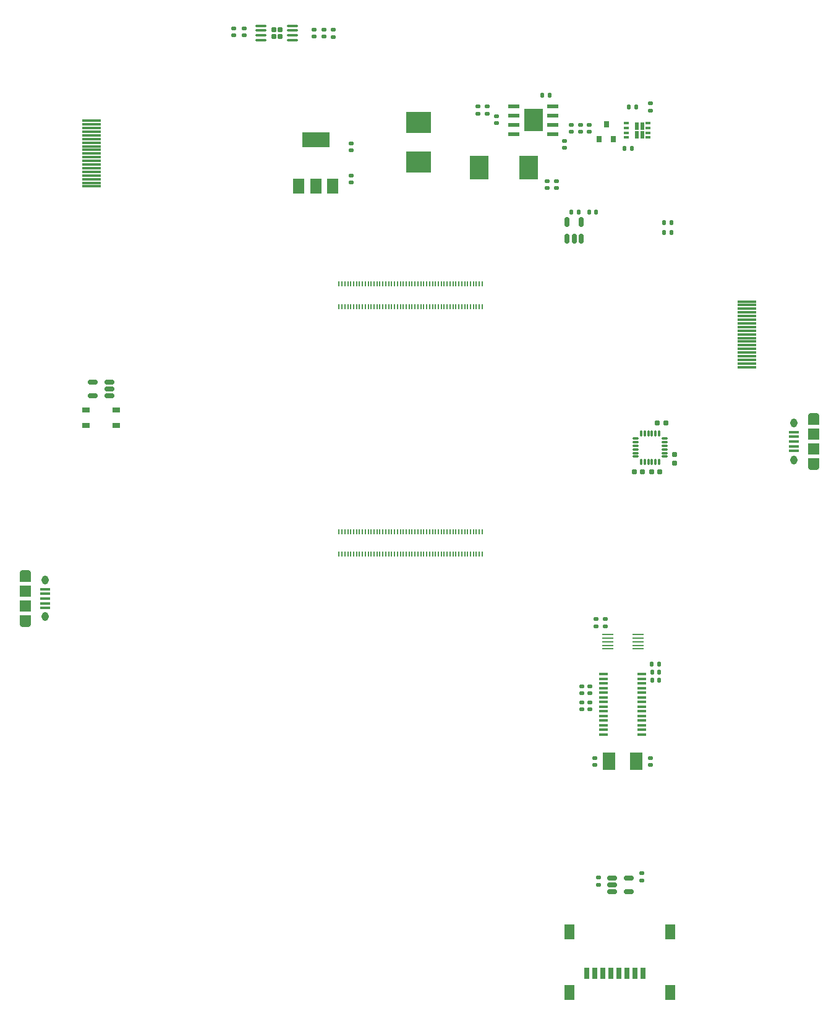
<source format=gbr>
%TF.GenerationSoftware,KiCad,Pcbnew,(6.0.0-0)*%
%TF.CreationDate,2022-04-14T20:44:02-04:00*%
%TF.ProjectId,SIL-CM4,53494c2d-434d-4342-9e6b-696361645f70,rev?*%
%TF.SameCoordinates,Original*%
%TF.FileFunction,Paste,Top*%
%TF.FilePolarity,Positive*%
%FSLAX46Y46*%
G04 Gerber Fmt 4.6, Leading zero omitted, Abs format (unit mm)*
G04 Created by KiCad (PCBNEW (6.0.0-0)) date 2022-04-14 20:44:02*
%MOMM*%
%LPD*%
G01*
G04 APERTURE LIST*
G04 Aperture macros list*
%AMRoundRect*
0 Rectangle with rounded corners*
0 $1 Rounding radius*
0 $2 $3 $4 $5 $6 $7 $8 $9 X,Y pos of 4 corners*
0 Add a 4 corners polygon primitive as box body*
4,1,4,$2,$3,$4,$5,$6,$7,$8,$9,$2,$3,0*
0 Add four circle primitives for the rounded corners*
1,1,$1+$1,$2,$3*
1,1,$1+$1,$4,$5*
1,1,$1+$1,$6,$7*
1,1,$1+$1,$8,$9*
0 Add four rect primitives between the rounded corners*
20,1,$1+$1,$2,$3,$4,$5,0*
20,1,$1+$1,$4,$5,$6,$7,0*
20,1,$1+$1,$6,$7,$8,$9,0*
20,1,$1+$1,$8,$9,$2,$3,0*%
G04 Aperture macros list end*
%ADD10RoundRect,0.100000X0.625000X0.100000X-0.625000X0.100000X-0.625000X-0.100000X0.625000X-0.100000X0*%
%ADD11RoundRect,0.170000X0.170000X0.210000X-0.170000X0.210000X-0.170000X-0.210000X0.170000X-0.210000X0*%
%ADD12RoundRect,0.135000X0.185000X-0.135000X0.185000X0.135000X-0.185000X0.135000X-0.185000X-0.135000X0*%
%ADD13RoundRect,0.140000X0.170000X-0.140000X0.170000X0.140000X-0.170000X0.140000X-0.170000X-0.140000X0*%
%ADD14RoundRect,0.140000X-0.170000X0.140000X-0.170000X-0.140000X0.170000X-0.140000X0.170000X0.140000X0*%
%ADD15R,0.600000X1.000000*%
%ADD16R,0.700000X0.420000*%
%ADD17R,1.500000X2.000000*%
%ADD18R,3.800000X2.000000*%
%ADD19RoundRect,0.150000X0.150000X-0.512500X0.150000X0.512500X-0.150000X0.512500X-0.150000X-0.512500X0*%
%ADD20RoundRect,0.135000X0.135000X0.185000X-0.135000X0.185000X-0.135000X-0.185000X0.135000X-0.185000X0*%
%ADD21RoundRect,0.135000X-0.135000X-0.185000X0.135000X-0.185000X0.135000X0.185000X-0.135000X0.185000X0*%
%ADD22R,0.800000X1.500000*%
%ADD23R,1.450000X2.000000*%
%ADD24RoundRect,0.140000X-0.140000X-0.170000X0.140000X-0.170000X0.140000X0.170000X-0.140000X0.170000X0*%
%ADD25R,1.050000X0.650000*%
%ADD26R,0.800000X0.900000*%
%ADD27R,1.700000X2.400000*%
%ADD28O,1.550000X0.890000*%
%ADD29O,0.950000X1.250000*%
%ADD30R,1.350000X0.400000*%
%ADD31R,1.550000X1.200000*%
%ADD32R,1.550000X1.500000*%
%ADD33RoundRect,0.147500X-0.147500X-0.172500X0.147500X-0.172500X0.147500X0.172500X-0.147500X0.172500X0*%
%ADD34R,2.600000X3.100000*%
%ADD35R,1.550000X0.600000*%
%ADD36RoundRect,0.135000X-0.185000X0.135000X-0.185000X-0.135000X0.185000X-0.135000X0.185000X0.135000X0*%
%ADD37R,0.200000X0.700000*%
%ADD38RoundRect,0.155000X0.155000X-0.212500X0.155000X0.212500X-0.155000X0.212500X-0.155000X-0.212500X0*%
%ADD39R,2.600000X0.300000*%
%ADD40RoundRect,0.075000X-0.350000X-0.075000X0.350000X-0.075000X0.350000X0.075000X-0.350000X0.075000X0*%
%ADD41RoundRect,0.075000X0.075000X-0.350000X0.075000X0.350000X-0.075000X0.350000X-0.075000X-0.350000X0*%
%ADD42RoundRect,0.155000X0.212500X0.155000X-0.212500X0.155000X-0.212500X-0.155000X0.212500X-0.155000X0*%
%ADD43RoundRect,0.155000X-0.212500X-0.155000X0.212500X-0.155000X0.212500X0.155000X-0.212500X0.155000X0*%
%ADD44R,3.500000X2.950000*%
%ADD45R,1.200000X0.400000*%
%ADD46R,1.498600X0.279400*%
%ADD47RoundRect,0.150000X-0.512500X-0.150000X0.512500X-0.150000X0.512500X0.150000X-0.512500X0.150000X0*%
%ADD48RoundRect,0.140000X0.140000X0.170000X-0.140000X0.170000X-0.140000X-0.170000X0.140000X-0.170000X0*%
%ADD49RoundRect,0.150000X0.512500X0.150000X-0.512500X0.150000X-0.512500X-0.150000X0.512500X-0.150000X0*%
%ADD50R,2.500000X3.300000*%
G04 APERTURE END LIST*
D10*
%TO.C,U7*%
X64220000Y-21235000D03*
X64220000Y-20585000D03*
X64220000Y-19935000D03*
X64220000Y-19285000D03*
X59920000Y-19285000D03*
X59920000Y-19935000D03*
X59920000Y-20585000D03*
X59920000Y-21235000D03*
D11*
X62490000Y-20730000D03*
X62490000Y-19790000D03*
X61650000Y-20730000D03*
X61650000Y-19790000D03*
%TD*%
D12*
%TO.C,R6*%
X69800000Y-20810000D03*
X69800000Y-19790000D03*
%TD*%
D13*
%TO.C,C29*%
X56200000Y-20580000D03*
X56200000Y-19620000D03*
%TD*%
D14*
%TO.C,C28*%
X57600000Y-19620000D03*
X57600000Y-20580000D03*
%TD*%
%TO.C,C25*%
X67200000Y-19820000D03*
X67200000Y-20780000D03*
%TD*%
D13*
%TO.C,C24*%
X68500000Y-19820000D03*
X68500000Y-20780000D03*
%TD*%
D15*
%TO.C,Q1*%
X112130000Y-34165000D03*
X111420000Y-33035000D03*
D16*
X112900000Y-33275000D03*
D15*
X111420000Y-34165000D03*
X112130000Y-33035000D03*
D16*
X112900000Y-32625000D03*
X112900000Y-33925000D03*
X112900000Y-34575000D03*
X109900000Y-32625000D03*
X109900000Y-33275000D03*
X109900000Y-33925000D03*
X109900000Y-34575000D03*
%TD*%
D17*
%TO.C,U1*%
X65100000Y-41200000D03*
X67400000Y-41200000D03*
D18*
X67400000Y-34900000D03*
D17*
X69700000Y-41200000D03*
%TD*%
D14*
%TO.C,C5*%
X72300000Y-35370000D03*
X72300000Y-36330000D03*
%TD*%
%TO.C,C11*%
X101500000Y-35030000D03*
X101500000Y-35990000D03*
%TD*%
D13*
%TO.C,C4*%
X72300000Y-40730000D03*
X72300000Y-39770000D03*
%TD*%
D19*
%TO.C,U8*%
X101850000Y-48437500D03*
X102800000Y-48437500D03*
X103750000Y-48437500D03*
X103750000Y-46162500D03*
X101850000Y-46162500D03*
%TD*%
D14*
%TO.C,C10*%
X92200000Y-31630000D03*
X92200000Y-32590000D03*
%TD*%
D20*
%TO.C,R3*%
X99410000Y-28810000D03*
X98390000Y-28810000D03*
%TD*%
D21*
%TO.C,R5*%
X115090000Y-47600000D03*
X116110000Y-47600000D03*
%TD*%
D22*
%TO.C,J14*%
X112250000Y-149017500D03*
X111150000Y-149017500D03*
X110050000Y-149017500D03*
X108950000Y-149017500D03*
X107850000Y-149017500D03*
X106750000Y-149017500D03*
X105650000Y-149017500D03*
X104550000Y-149017500D03*
D23*
X102175000Y-143317500D03*
X115925000Y-151617500D03*
X102175000Y-151617500D03*
X115925000Y-143317500D03*
%TD*%
D24*
%TO.C,C3*%
X110320000Y-30400000D03*
X111280000Y-30400000D03*
%TD*%
D25*
%TO.C,SW1*%
X40075000Y-74025000D03*
X35925000Y-74025000D03*
X40075000Y-71875000D03*
X35925000Y-71875000D03*
%TD*%
D26*
%TO.C,D1*%
X108150000Y-34800000D03*
X107200000Y-32800000D03*
X106250000Y-34800000D03*
%TD*%
D24*
%TO.C,C17*%
X113465000Y-107800000D03*
X114425000Y-107800000D03*
%TD*%
D27*
%TO.C,Y1*%
X107575000Y-120000000D03*
X111275000Y-120000000D03*
%TD*%
D20*
%TO.C,R13*%
X103420000Y-44800000D03*
X102400000Y-44800000D03*
%TD*%
D13*
%TO.C,C13*%
X112050000Y-136280000D03*
X112050000Y-135320000D03*
%TD*%
D28*
%TO.C,J9*%
X27685000Y-101200000D03*
X27685000Y-94200000D03*
D29*
X30385000Y-100200000D03*
X30385000Y-95200000D03*
D30*
X30385000Y-96400000D03*
X30385000Y-97050000D03*
X30385000Y-97700000D03*
X30385000Y-98350000D03*
X30385000Y-99000000D03*
D31*
X27685000Y-94800000D03*
X27685000Y-100600000D03*
D32*
X27685000Y-98700000D03*
X27685000Y-96700000D03*
%TD*%
D13*
%TO.C,C12*%
X105600000Y-120480000D03*
X105600000Y-119520000D03*
%TD*%
D14*
%TO.C,C21*%
X113250000Y-119520000D03*
X113250000Y-120480000D03*
%TD*%
D13*
%TO.C,C1*%
X113200000Y-30880000D03*
X113200000Y-29920000D03*
%TD*%
%TO.C,C14*%
X104925000Y-112880000D03*
X104925000Y-111920000D03*
%TD*%
D33*
%TO.C,D4*%
X104825000Y-44800000D03*
X105795000Y-44800000D03*
%TD*%
D14*
%TO.C,C8*%
X99100000Y-40530000D03*
X99100000Y-41490000D03*
%TD*%
D34*
%TO.C,U2*%
X97200000Y-32210000D03*
D35*
X99900000Y-34115000D03*
X99900000Y-32845000D03*
X99900000Y-31575000D03*
X99900000Y-30305000D03*
X94500000Y-30305000D03*
X94500000Y-31575000D03*
X94500000Y-32845000D03*
X94500000Y-34115000D03*
%TD*%
D36*
%TO.C,R18*%
X107075000Y-100500000D03*
X107075000Y-101520000D03*
%TD*%
D14*
%TO.C,C18*%
X103825000Y-111920000D03*
X103825000Y-112880000D03*
%TD*%
%TO.C,C7*%
X102400000Y-32850000D03*
X102400000Y-33810000D03*
%TD*%
D12*
%TO.C,R19*%
X105775000Y-101520000D03*
X105775000Y-100500000D03*
%TD*%
D37*
%TO.C,Module1*%
X70600000Y-91650000D03*
X70600000Y-88570000D03*
X71000000Y-91650000D03*
X71000000Y-88570000D03*
X71400000Y-91650000D03*
X71400000Y-88570000D03*
X71800000Y-91650000D03*
X71800000Y-88570000D03*
X72200000Y-91650000D03*
X72200000Y-88570000D03*
X72600000Y-91650000D03*
X72600000Y-88570000D03*
X73000000Y-91650000D03*
X73000000Y-88570000D03*
X73400000Y-91650000D03*
X73400000Y-88570000D03*
X73800000Y-91650000D03*
X73800000Y-88570000D03*
X74200000Y-91650000D03*
X74200000Y-88570000D03*
X74600000Y-91650000D03*
X74600000Y-88570000D03*
X75000000Y-91650000D03*
X75000000Y-88570000D03*
X75400000Y-91650000D03*
X75400000Y-88570000D03*
X75800000Y-91650000D03*
X75800000Y-88570000D03*
X76200000Y-91650000D03*
X76200000Y-88570000D03*
X76600000Y-91650000D03*
X76600000Y-88570000D03*
X77000000Y-91650000D03*
X77000000Y-88570000D03*
X77400000Y-91650000D03*
X77400000Y-88570000D03*
X77800000Y-91650000D03*
X77800000Y-88570000D03*
X78200000Y-91650000D03*
X78200000Y-88570000D03*
X78600000Y-91650000D03*
X78600000Y-88570000D03*
X79000000Y-91650000D03*
X79000000Y-88570000D03*
X79400000Y-91650000D03*
X79400000Y-88570000D03*
X79800000Y-91650000D03*
X79800000Y-88570000D03*
X80200000Y-91650000D03*
X80200000Y-88570000D03*
X80600000Y-91650000D03*
X80600000Y-88570000D03*
X81000000Y-91650000D03*
X81000000Y-88570000D03*
X81400000Y-91650000D03*
X81400000Y-88570000D03*
X81800000Y-91650000D03*
X81800000Y-88570000D03*
X82200000Y-91650000D03*
X82200000Y-88570000D03*
X82600000Y-91650000D03*
X82600000Y-88570000D03*
X83000000Y-91650000D03*
X83000000Y-88570000D03*
X83400000Y-91650000D03*
X83400000Y-88570000D03*
X83800000Y-91650000D03*
X83800000Y-88570000D03*
X84200000Y-91650000D03*
X84200000Y-88570000D03*
X84600000Y-91650000D03*
X84600000Y-88570000D03*
X85000000Y-91650000D03*
X85000000Y-88570000D03*
X85400000Y-91650000D03*
X85400000Y-88570000D03*
X85800000Y-91650000D03*
X85800000Y-88570000D03*
X86200000Y-91650000D03*
X86200000Y-88570000D03*
X86600000Y-91650000D03*
X86600000Y-88570000D03*
X87000000Y-91650000D03*
X87000000Y-88570000D03*
X87400000Y-91650000D03*
X87400000Y-88570000D03*
X87800000Y-91650000D03*
X87800000Y-88570000D03*
X88200000Y-91650000D03*
X88200000Y-88570000D03*
X88600000Y-91650000D03*
X88600000Y-88570000D03*
X89000000Y-91650000D03*
X89000000Y-88570000D03*
X89400000Y-91650000D03*
X89400000Y-88570000D03*
X89800000Y-91650000D03*
X89800000Y-88570000D03*
X90200000Y-91650000D03*
X90200000Y-88570000D03*
X70600000Y-57730000D03*
X70600000Y-54650000D03*
X71000000Y-57730000D03*
X71000000Y-54650000D03*
X71400000Y-57730000D03*
X71400000Y-54650000D03*
X71800000Y-57730000D03*
X71800000Y-54650000D03*
X72200000Y-57730000D03*
X72200000Y-54650000D03*
X72600000Y-57730000D03*
X72600000Y-54650000D03*
X73000000Y-57730000D03*
X73000000Y-54650000D03*
X73400000Y-57730000D03*
X73400000Y-54650000D03*
X73800000Y-57730000D03*
X73800000Y-54650000D03*
X74200000Y-57730000D03*
X74200000Y-54650000D03*
X74600000Y-57730000D03*
X74600000Y-54650000D03*
X75000000Y-57730000D03*
X75000000Y-54650000D03*
X75400000Y-57730000D03*
X75400000Y-54650000D03*
X75800000Y-57730000D03*
X75800000Y-54650000D03*
X76200000Y-57730000D03*
X76200000Y-54650000D03*
X76600000Y-57730000D03*
X76600000Y-54650000D03*
X77000000Y-57730000D03*
X77000000Y-54650000D03*
X77400000Y-57730000D03*
X77400000Y-54650000D03*
X77800000Y-57730000D03*
X77800000Y-54650000D03*
X78200000Y-57730000D03*
X78200000Y-54650000D03*
X78600000Y-57730000D03*
X78600000Y-54650000D03*
X79000000Y-57730000D03*
X79000000Y-54650000D03*
X79400000Y-57730000D03*
X79400000Y-54650000D03*
X79800000Y-57730000D03*
X79800000Y-54650000D03*
X80200000Y-57730000D03*
X80200000Y-54650000D03*
X80600000Y-57730000D03*
X80600000Y-54650000D03*
X81000000Y-57730000D03*
X81000000Y-54650000D03*
X81400000Y-57730000D03*
X81400000Y-54650000D03*
X81800000Y-57730000D03*
X81800000Y-54650000D03*
X82200000Y-57730000D03*
X82200000Y-54650000D03*
X82600000Y-57730000D03*
X82600000Y-54650000D03*
X83000000Y-57730000D03*
X83000000Y-54650000D03*
X83400000Y-57730000D03*
X83400000Y-54650000D03*
X83800000Y-57730000D03*
X83800000Y-54650000D03*
X84200000Y-57730000D03*
X84200000Y-54650000D03*
X84600000Y-57730000D03*
X84600000Y-54650000D03*
X85000000Y-57730000D03*
X85000000Y-54650000D03*
X85400000Y-57730000D03*
X85400000Y-54650000D03*
X85800000Y-57730000D03*
X85800000Y-54650000D03*
X86200000Y-57730000D03*
X86200000Y-54650000D03*
X86600000Y-57730000D03*
X86600000Y-54650000D03*
X87000000Y-57730000D03*
X87000000Y-54650000D03*
X87400000Y-57730000D03*
X87400000Y-54650000D03*
X87800000Y-57730000D03*
X87800000Y-54650000D03*
X88200000Y-57730000D03*
X88200000Y-54650000D03*
X88600000Y-57730000D03*
X88600000Y-54650000D03*
X89000000Y-57730000D03*
X89000000Y-54650000D03*
X89400000Y-57730000D03*
X89400000Y-54650000D03*
X89800000Y-57730000D03*
X89800000Y-54650000D03*
X90200000Y-57730000D03*
X90200000Y-54650000D03*
%TD*%
D38*
%TO.C,C22*%
X116550000Y-79135000D03*
X116550000Y-78000000D03*
%TD*%
D12*
%TO.C,R8*%
X106150000Y-136910000D03*
X106150000Y-135890000D03*
%TD*%
%TO.C,R2*%
X89600000Y-31320000D03*
X89600000Y-30300000D03*
%TD*%
D39*
%TO.C,J7*%
X36686750Y-41275000D03*
X36686750Y-40775000D03*
X36686750Y-40275000D03*
X36686750Y-39775000D03*
X36686750Y-39275000D03*
X36686750Y-38775000D03*
X36686750Y-38275000D03*
X36686750Y-37775000D03*
X36686750Y-37275000D03*
X36686750Y-36775000D03*
X36686750Y-36275000D03*
X36686750Y-35775000D03*
X36686750Y-35275000D03*
X36686750Y-34775000D03*
X36686750Y-34275000D03*
X36686750Y-33775000D03*
X36686750Y-33275000D03*
X36686750Y-32775000D03*
X36686750Y-32275000D03*
%TD*%
D40*
%TO.C,U14*%
X111250000Y-75767500D03*
X111250000Y-76267500D03*
X111250000Y-76767500D03*
X111250000Y-77267500D03*
X111250000Y-77767500D03*
X111250000Y-78267500D03*
D41*
X111950000Y-78967500D03*
X112450000Y-78967500D03*
X112950000Y-78967500D03*
X113450000Y-78967500D03*
X113950000Y-78967500D03*
X114450000Y-78967500D03*
D40*
X115150000Y-78267500D03*
X115150000Y-77767500D03*
X115150000Y-77267500D03*
X115150000Y-76767500D03*
X115150000Y-76267500D03*
X115150000Y-75767500D03*
D41*
X114450000Y-75067500D03*
X113950000Y-75067500D03*
X113450000Y-75067500D03*
X112950000Y-75067500D03*
X112450000Y-75067500D03*
X111950000Y-75067500D03*
%TD*%
D42*
%TO.C,C23*%
X112150000Y-80367500D03*
X111015000Y-80367500D03*
%TD*%
D43*
%TO.C,C27*%
X113415000Y-80367500D03*
X114550000Y-80367500D03*
%TD*%
D44*
%TO.C,L1*%
X81500000Y-37925000D03*
X81500000Y-32475000D03*
%TD*%
D14*
%TO.C,C19*%
X103825000Y-109720000D03*
X103825000Y-110680000D03*
%TD*%
D45*
%TO.C,U3*%
X112025000Y-116327500D03*
X112025000Y-115692500D03*
X112025000Y-115057500D03*
X112025000Y-114422500D03*
X112025000Y-113787500D03*
X112025000Y-113152500D03*
X112025000Y-112517500D03*
X112025000Y-111882500D03*
X112025000Y-111247500D03*
X112025000Y-110612500D03*
X112025000Y-109977500D03*
X112025000Y-109342500D03*
X112025000Y-108707500D03*
X112025000Y-108072500D03*
X106825000Y-108072500D03*
X106825000Y-108707500D03*
X106825000Y-109342500D03*
X106825000Y-109977500D03*
X106825000Y-110612500D03*
X106825000Y-111247500D03*
X106825000Y-111882500D03*
X106825000Y-112517500D03*
X106825000Y-113152500D03*
X106825000Y-113787500D03*
X106825000Y-114422500D03*
X106825000Y-115057500D03*
X106825000Y-115692500D03*
X106825000Y-116327500D03*
%TD*%
D46*
%TO.C,U6*%
X107417600Y-102609400D03*
X107417600Y-103092000D03*
X107417600Y-103600000D03*
X107417600Y-104108000D03*
X107417600Y-104590600D03*
X111532400Y-104590600D03*
X111532400Y-104108000D03*
X111532400Y-103600000D03*
X111532400Y-103092000D03*
X111532400Y-102609400D03*
%TD*%
D39*
%TO.C,J8*%
X126413250Y-57025000D03*
X126413250Y-57525000D03*
X126413250Y-58025000D03*
X126413250Y-58525000D03*
X126413250Y-59025000D03*
X126413250Y-59525000D03*
X126413250Y-60025000D03*
X126413250Y-60525000D03*
X126413250Y-61025000D03*
X126413250Y-61525000D03*
X126413250Y-62025000D03*
X126413250Y-62525000D03*
X126413250Y-63025000D03*
X126413250Y-63525000D03*
X126413250Y-64025000D03*
X126413250Y-64525000D03*
X126413250Y-65025000D03*
X126413250Y-65525000D03*
X126413250Y-66025000D03*
%TD*%
D13*
%TO.C,C16*%
X104925000Y-110680000D03*
X104925000Y-109720000D03*
%TD*%
D29*
%TO.C,J5*%
X132900000Y-73700000D03*
X132900000Y-78700000D03*
D28*
X135600000Y-72700000D03*
X135600000Y-79700000D03*
D30*
X132900000Y-77500000D03*
X132900000Y-76850000D03*
X132900000Y-76200000D03*
X132900000Y-75550000D03*
X132900000Y-74900000D03*
D32*
X135600000Y-77200000D03*
D31*
X135600000Y-79100000D03*
X135600000Y-73300000D03*
D32*
X135600000Y-75200000D03*
%TD*%
D43*
%TO.C,C26*%
X114182500Y-73667500D03*
X115317500Y-73667500D03*
%TD*%
D47*
%TO.C,U5*%
X108012500Y-135950000D03*
X108012500Y-136900000D03*
X108012500Y-137850000D03*
X110287500Y-137850000D03*
X110287500Y-135950000D03*
%TD*%
D14*
%TO.C,C6*%
X103650000Y-32850000D03*
X103650000Y-33810000D03*
%TD*%
%TO.C,C2*%
X104900000Y-32850000D03*
X104900000Y-33810000D03*
%TD*%
D48*
%TO.C,C20*%
X114425000Y-108900000D03*
X113465000Y-108900000D03*
%TD*%
D21*
%TO.C,R15*%
X113435000Y-106700000D03*
X114455000Y-106700000D03*
%TD*%
D36*
%TO.C,R4*%
X90900000Y-30300000D03*
X90900000Y-31320000D03*
%TD*%
D14*
%TO.C,C9*%
X100400000Y-40530000D03*
X100400000Y-41490000D03*
%TD*%
D21*
%TO.C,R1*%
X109690000Y-36100000D03*
X110710000Y-36100000D03*
%TD*%
D49*
%TO.C,U9*%
X39137500Y-69950000D03*
X39137500Y-69000000D03*
X39137500Y-68050000D03*
X36862500Y-68050000D03*
X36862500Y-69950000D03*
%TD*%
D50*
%TO.C,D2*%
X89800000Y-38710000D03*
X96600000Y-38710000D03*
%TD*%
D33*
%TO.C,D3*%
X115115000Y-46200000D03*
X116085000Y-46200000D03*
%TD*%
M02*

</source>
